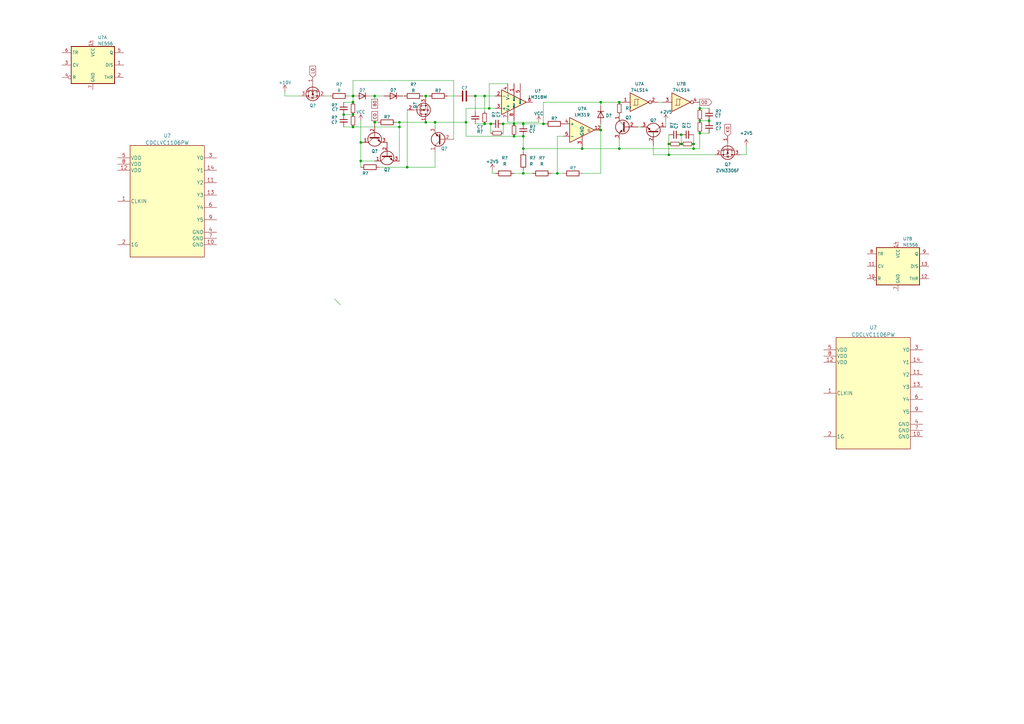
<source format=kicad_sch>
(kicad_sch (version 20211123) (generator eeschema)
  (paper "A3")
  (title_block (title "Fluke True RNG Monometer") (date "2022-10-03") (rev "3") (company "BallSense") (comment 1 "Not CE Certified") (comment 2 "ESD Characteristics not taken into account"))
  (lib_symbols
    (symbol "2022-10-04_10-24-26:CDCLVC1106PW" (pin_names (offset 0.254))
      (property "Reference" "U?" (at 0 26.9949 0))
      (property "Value" "CDCLVC1106PW" (at 0 24.0015 0))
      (symbol "CDCLVC1106PW_0_1"
        (rectangle (start -15.24 22.86) (end 15.24 -22.86) (stroke (width 0.1524)) (fill (type background)))
      )
      (symbol "CDCLVC1106PW_1_1"
        (polyline (pts (xy -15.24 -22.86) (xy 15.24 -22.86)) (stroke (width 0.1016)))
        (polyline (pts (xy -15.24 22.86) (xy -15.24 -22.86)) (stroke (width 0.1016)))
        (polyline (pts (xy 15.24 -22.86) (xy 15.24 22.86)) (stroke (width 0.1016)))
        (polyline (pts (xy 15.24 22.86) (xy -15.24 22.86)) (stroke (width 0.1016)))
        (pin input line (at -20.32 0 0) (length 5.08) (name "CLKIN") (number "1"))
        (pin power_in line (at 20.32 -17.78 180) (length 5.08) (name "GND") (number "10"))
        (pin output line (at 20.32 7.62 180) (length 5.08) (name "Y2") (number "11"))
        (pin power_in line (at -20.32 12.7 0) (length 5.08) (name "VDD") (number "12"))
        (pin output line (at 20.32 2.54 180) (length 5.08) (name "Y3") (number "13"))
        (pin output line (at 20.32 12.7 180) (length 5.08) (name "Y1") (number "14"))
        (pin input line (at -20.32 -17.78 0) (length 5.08) (name "1G") (number "2"))
        (pin output line (at 20.32 17.78 180) (length 5.08) (name "Y0") (number "3"))
        (pin power_in line (at 20.32 -12.7 180) (length 5.08) (name "GND") (number "4"))
        (pin power_in line (at -20.32 17.78 0) (length 5.08) (name "VDD") (number "5"))
        (pin output line (at 20.32 -2.54 180) (length 5.08) (name "Y4") (number "6"))
        (pin power_in line (at 20.32 -15.24 180) (length 5.08) (name "GND") (number "7"))
        (pin power_in line (at -20.32 15.24 0) (length 5.08) (name "VDD") (number "8"))
        (pin output line (at 20.32 -7.62 180) (length 5.08) (name "Y5") (number "9"))
      )
    )
    (symbol "74xx:74LS14" (pin_names (offset 1.016))
      (property "Reference" "U" (at 0 1.27 0))
      (property "Value" "74LS14" (at 0 -1.27 0))
      (symbol "74LS14_1_0"
        (polyline (pts (xy -3.81 3.81) (xy -3.81 -3.81) (xy 3.81 0) (xy -3.81 3.81)) (stroke (width 0.254)) (fill (type background)))
        (pin input line (at -7.62 0 0) (length 3.81) (name "~") (number "1"))
        (pin output inverted (at 7.62 0 180) (length 3.81) (name "~") (number "2"))
      )
      (symbol "74LS14_1_1"
        (polyline (pts (xy -1.905 -1.27) (xy -1.905 1.27) (xy -0.635 1.27)))
        (polyline (pts (xy -2.54 -1.27) (xy -0.635 -1.27) (xy -0.635 1.27) (xy 0 1.27)))
      )
      (symbol "74LS14_2_0"
        (polyline (pts (xy -3.81 3.81) (xy -3.81 -3.81) (xy 3.81 0) (xy -3.81 3.81)) (stroke (width 0.254)) (fill (type background)))
        (pin input line (at -7.62 0 0) (length 3.81) (name "~") (number "3"))
        (pin output inverted (at 7.62 0 180) (length 3.81) (name "~") (number "4"))
      )
      (symbol "74LS14_2_1"
        (polyline (pts (xy -1.905 -1.27) (xy -1.905 1.27) (xy -0.635 1.27)))
        (polyline (pts (xy -2.54 -1.27) (xy -0.635 -1.27) (xy -0.635 1.27) (xy 0 1.27)))
      )
      (symbol "74LS14_3_0"
        (polyline (pts (xy -3.81 3.81) (xy -3.81 -3.81) (xy 3.81 0) (xy -3.81 3.81)) (stroke (width 0.254)) (fill (type background)))
        (pin input line (at -7.62 0 0) (length 3.81) (name "~") (number "5"))
        (pin output inverted (at 7.62 0 180) (length 3.81) (name "~") (number "6"))
      )
      (symbol "74LS14_3_1"
        (polyline (pts (xy -1.905 -1.27) (xy -1.905 1.27) (xy -0.635 1.27)))
        (polyline (pts (xy -2.54 -1.27) (xy -0.635 -1.27) (xy -0.635 1.27) (xy 0 1.27)))
      )
      (symbol "74LS14_4_0"
        (polyline (pts (xy -3.81 3.81) (xy -3.81 -3.81) (xy 3.81 0) (xy -3.81 3.81)) (stroke (width 0.254)) (fill (type background)))
        (pin output inverted (at 7.62 0 180) (length 3.81) (name "~") (number "8"))
        (pin input line (at -7.62 0 0) (length 3.81) (name "~") (number "9"))
      )
      (symbol "74LS14_4_1"
        (polyline (pts (xy -1.905 -1.27) (xy -1.905 1.27) (xy -0.635 1.27)))
        (polyline (pts (xy -2.54 -1.27) (xy -0.635 -1.27) (xy -0.635 1.27) (xy 0 1.27)))
      )
      (symbol "74LS14_5_0"
        (polyline (pts (xy -3.81 3.81) (xy -3.81 -3.81) (xy 3.81 0) (xy -3.81 3.81)) (stroke (width 0.254)) (fill (type background)))
        (pin output inverted (at 7.62 0 180) (length 3.81) (name "~") (number "10"))
        (pin input line (at -7.62 0 0) (length 3.81) (name "~") (number "11"))
      )
      (symbol "74LS14_5_1"
        (polyline (pts (xy -1.905 -1.27) (xy -1.905 1.27) (xy -0.635 1.27)))
        (polyline (pts (xy -2.54 -1.27) (xy -0.635 -1.27) (xy -0.635 1.27) (xy 0 1.27)))
      )
      (symbol "74LS14_6_0"
        (polyline (pts (xy -3.81 3.81) (xy -3.81 -3.81) (xy 3.81 0) (xy -3.81 3.81)) (stroke (width 0.254)) (fill (type background)))
        (pin output inverted (at 7.62 0 180) (length 3.81) (name "~") (number "12"))
        (pin input line (at -7.62 0 0) (length 3.81) (name "~") (number "13"))
      )
      (symbol "74LS14_6_1"
        (polyline (pts (xy -1.905 -1.27) (xy -1.905 1.27) (xy -0.635 1.27)))
        (polyline (pts (xy -2.54 -1.27) (xy -0.635 -1.27) (xy -0.635 1.27) (xy 0 1.27)))
      )
      (symbol "74LS14_7_0"
        (pin power_in line (at 0 12.7 270) (length 5.08) (name "VCC") (number "14"))
        (pin power_in line (at 0 -12.7 90) (length 5.08) (name "GND") (number "7"))
      )
      (symbol "74LS14_7_1"
        (rectangle (start -5.08 7.62) (end 5.08 -7.62) (stroke (width 0.254)) (fill (type background)))
      )
    )
    (symbol "Amplifier_Operational:LM318M" (pin_names (offset 0.127))
      (property "Reference" "U" (at 3.81 3.81 0))
      (property "Value" "LM318M" (at 3.81 -3.81 0))
      (symbol "LM318M_0_1"
        (polyline (pts (xy 5.08 0) (xy -5.08 5.08) (xy -5.08 -5.08) (xy 5.08 0)) (stroke (width 0.254)) (fill (type background)))
      )
      (symbol "LM318M_1_1"
        (pin passive line (at 0 -7.62 90) (length 5.08) (name "BAL1") (number "1"))
        (pin input line (at -7.62 -2.54 0) (length 2.54) (name "-") (number "2"))
        (pin input line (at -7.62 2.54 0) (length 2.54) (name "+") (number "3"))
        (pin power_in line (at -2.54 -7.62 90) (length 3.81) (name "V-") (number "4"))
        (pin passive line (at 2.54 -7.62 90) (length 6.35) (name "BAL3") (number "5"))
        (pin output line (at 7.62 0 180) (length 2.54) (name "~") (number "6"))
        (pin power_in line (at -2.54 7.62 270) (length 3.81) (name "V+") (number "7"))
        (pin passive line (at 0 7.62 270) (length 5.08) (name "BAL2") (number "8"))
      )
    )
    (symbol "Comparator:LM319" (pin_names (offset 0.127))
      (property "Reference" "U" (at 0 6.35 0))
      (property "Value" "LM319" (at 0 3.81 0))
      (symbol "LM319_1_1"
        (polyline (pts (xy -5.08 5.08) (xy 5.08 0) (xy -5.08 -5.08) (xy -5.08 5.08) (xy -5.08 5.08)) (stroke (width 0.254)) (fill (type background)))
        (polyline (pts (xy 2.286 -0.508) (xy 2.794 -0.508) (xy 2.286 0) (xy 2.794 0.508) (xy 3.302 0) (xy 2.794 -0.508) (xy 3.302 -0.508)) (stroke (width 0.127)))
        (pin no_connect line (at 0 -2.54 90) (length 2.54) hide (name "NC") (number "1"))
        (pin open_collector line (at 7.62 0 180) (length 2.54) (name "~") (number "12"))
        (pin no_connect line (at 0 2.54 270) (length 2.54) hide (name "NC") (number "2"))
        (pin passive line (at 0 -7.62 90) (length 5.08) (name "GND") (number "3"))
        (pin input line (at -7.62 2.54 0) (length 2.54) (name "+") (number "4"))
        (pin input line (at -7.62 -2.54 0) (length 2.54) (name "-") (number "5"))
      )
      (symbol "LM319_2_1"
        (polyline (pts (xy -5.08 5.08) (xy 5.08 0) (xy -5.08 -5.08) (xy -5.08 5.08) (xy -5.08 5.08)) (stroke (width 0.254)) (fill (type background)))
        (polyline (pts (xy 3.302 -0.508) (xy 2.794 -0.508) (xy 3.302 0) (xy 2.794 0.508) (xy 2.286 0) (xy 2.794 -0.508) (xy 2.286 -0.508)) (stroke (width 0.127)))
        (pin input line (at -7.62 -2.54 0) (length 2.54) (name "-") (number "10"))
        (pin no_connect line (at 0 -2.54 90) (length 2.54) hide (name "NC") (number "13"))
        (pin no_connect line (at 0 2.54 270) (length 2.54) hide (name "NC") (number "14"))
        (pin open_collector line (at 7.62 0 180) (length 2.54) (name "~") (number "7"))
        (pin passive line (at 0 -7.62 90) (length 5.08) (name "GND") (number "8"))
        (pin input line (at -7.62 2.54 0) (length 2.54) (name "+") (number "9"))
      )
      (symbol "LM319_3_1"
        (pin power_in line (at -2.54 7.62 270) (length 3.81) (name "V+") (number "11"))
        (pin power_in line (at -2.54 -7.62 90) (length 3.81) (name "V-") (number "6"))
      )
    )
    (symbol "Device:C" (pin_numbers hide) (pin_names (offset 0.254))
      (property "Reference" "C" (at 0.635 2.54 0))
      (property "Value" "C" (at 0.635 -2.54 0))
      (symbol "C_0_1"
        (polyline (pts (xy -2.032 -0.762) (xy 2.032 -0.762)) (stroke (width 0.508)))
        (polyline (pts (xy -2.032 0.762) (xy 2.032 0.762)) (stroke (width 0.508)))
      )
      (symbol "C_1_1"
        (pin passive line (at 0 3.81 270) (length 2.794) (name "~") (number "1"))
        (pin passive line (at 0 -3.81 90) (length 2.794) (name "~") (number "2"))
      )
    )
    (symbol "Device:C_Small" (pin_numbers hide) (pin_names (offset 0.254) hide)
      (property "Reference" "C" (at 0.254 1.778 0))
      (property "Value" "C_Small" (at 0.254 -2.032 0))
      (symbol "C_Small_0_1"
        (polyline (pts (xy -1.524 -0.508) (xy 1.524 -0.508)) (stroke (width 0.3302)))
        (polyline (pts (xy -1.524 0.508) (xy 1.524 0.508)) (stroke (width 0.3048)))
      )
      (symbol "C_Small_1_1"
        (pin passive line (at 0 2.54 270) (length 2.032) (name "~") (number "1"))
        (pin passive line (at 0 -2.54 90) (length 2.032) (name "~") (number "2"))
      )
    )
    (symbol "Device:Crystal_GND24" (pin_names (offset 1.016) hide)
      (property "Reference" "Y" (at 3.175 5.08 0))
      (property "Value" "Crystal_GND24" (at 3.175 3.175 0))
      (symbol "Crystal_GND24_0_1"
        (rectangle (start -1.143 2.54) (end 1.143 -2.54) (stroke (width 0.3048)))
        (polyline (pts (xy -2.54 0) (xy -2.032 0)))
        (polyline (pts (xy -2.032 -1.27) (xy -2.032 1.27)) (stroke (width 0.508)))
        (polyline (pts (xy 0 -3.81) (xy 0 -3.556)))
        (polyline (pts (xy 0 3.556) (xy 0 3.81)))
        (polyline (pts (xy 2.032 -1.27) (xy 2.032 1.27)) (stroke (width 0.508)))
        (polyline (pts (xy 2.032 0) (xy 2.54 0)))
        (polyline (pts (xy -2.54 -2.286) (xy -2.54 -3.556) (xy 2.54 -3.556) (xy 2.54 -2.286)))
        (polyline (pts (xy -2.54 2.286) (xy -2.54 3.556) (xy 2.54 3.556) (xy 2.54 2.286)))
      )
      (symbol "Crystal_GND24_1_1"
        (pin passive line (at -3.81 0 0) (length 1.27) (name "1") (number "1"))
        (pin passive line (at 0 5.08 270) (length 1.27) (name "2") (number "2"))
        (pin passive line (at 3.81 0 180) (length 1.27) (name "3") (number "3"))
        (pin passive line (at 0 -5.08 90) (length 1.27) (name "4") (number "4"))
      )
    )
    (symbol "Device:D" (pin_numbers hide) (pin_names (offset 1.016) hide)
      (property "Reference" "D" (at 0 2.54 0))
      (property "Value" "D" (at 0 -2.54 0))
      (symbol "D_0_1"
        (polyline (pts (xy -1.27 1.27) (xy -1.27 -1.27)) (stroke (width 0.254)))
        (polyline (pts (xy 1.27 0) (xy -1.27 0)))
        (polyline (pts (xy 1.27 1.27) (xy 1.27 -1.27) (xy -1.27 0) (xy 1.27 1.27)) (stroke (width 0.254)))
      )
      (symbol "D_1_1"
        (pin passive line (at -3.81 0 0) (length 2.54) (name "K") (number "1"))
        (pin passive line (at 3.81 0 180) (length 2.54) (name "A") (number "2"))
      )
    )
    (symbol "Device:R" (pin_numbers hide) (pin_names (offset 0))
      (property "Reference" "R" (at 2.032 0 90))
      (property "Value" "R" (at 0 0 90))
      (symbol "R_0_1"
        (rectangle (start -1.016 -2.54) (end 1.016 2.54) (stroke (width 0.254)))
      )
      (symbol "R_1_1"
        (pin passive line (at 0 3.81 270) (length 1.27) (name "~") (number "1"))
        (pin passive line (at 0 -3.81 90) (length 1.27) (name "~") (number "2"))
      )
    )
    (symbol "Device:R_Small" (pin_numbers hide) (pin_names (offset 0.254) hide)
      (property "Reference" "R" (at 0.762 0.508 0))
      (property "Value" "R_Small" (at 0.762 -1.016 0))
      (symbol "R_Small_0_1"
        (rectangle (start -0.762 1.778) (end 0.762 -1.778) (stroke (width 0.2032)))
      )
      (symbol "R_Small_1_1"
        (pin passive line (at 0 2.54 270) (length 0.762) (name "~") (number "1"))
        (pin passive line (at 0 -2.54 90) (length 0.762) (name "~") (number "2"))
      )
    )
    (symbol "Timer:NE556"
      (property "Reference" "U" (at -10.16 8.89 0))
      (property "Value" "NE556" (at -10.16 -8.89 0))
      (symbol "NE556_0_0"
        (pin power_in line (at 0 10.16 270) (length 2.54) (name "VCC") (number "14"))
        (pin power_in line (at 0 -10.16 90) (length 2.54) (name "GND") (number "7"))
      )
      (symbol "NE556_0_1"
        (rectangle (start -8.89 -7.62) (end 8.89 7.62) (stroke (width 0.254)) (fill (type background)))
        (rectangle (start -8.89 -7.62) (end 8.89 7.62) (stroke (width 0.254)) (fill (type background)))
      )
      (symbol "NE556_1_1"
        (pin input line (at 12.7 0 180) (length 3.81) (name "DIS") (number "1"))
        (pin input line (at 12.7 -5.08 180) (length 3.81) (name "THR") (number "2"))
        (pin input line (at -12.7 0 0) (length 3.81) (name "CV") (number "3"))
        (pin input inverted (at -12.7 -5.08 0) (length 3.81) (name "R") (number "4"))
        (pin output line (at 12.7 5.08 180) (length 3.81) (name "Q") (number "5"))
        (pin input line (at -12.7 5.08 0) (length 3.81) (name "TR") (number "6"))
      )
      (symbol "NE556_2_1"
        (pin input inverted (at -12.7 -5.08 0) (length 3.81) (name "R") (number "10"))
        (pin input line (at -12.7 0 0) (length 3.81) (name "CV") (number "11"))
        (pin input line (at 12.7 -5.08 180) (length 3.81) (name "THR") (number "12"))
        (pin input line (at 12.7 0 180) (length 3.81) (name "DIS") (number "13"))
        (pin input line (at -12.7 5.08 0) (length 3.81) (name "TR") (number "8"))
        (pin output line (at 12.7 5.08 180) (length 3.81) (name "Q") (number "9"))
      )
    )
    (symbol "Transistor_BJT:BC547" (pin_names (offset 0) hide)
      (property "Reference" "Q" (at 5.08 1.905 0))
      (property "Value" "BC547" (at 5.08 0 0))
      (symbol "BC547_0_1"
        (polyline (pts (xy 0 0) (xy 0.635 0)))
        (polyline (pts (xy 0.635 0.635) (xy 2.54 2.54)))
        (polyline (pts (xy 0.635 -0.635) (xy 2.54 -2.54) (xy 2.54 -2.54)))
        (polyline (pts (xy 0.635 1.905) (xy 0.635 -1.905) (xy 0.635 -1.905)) (stroke (width 0.508)))
        (polyline (pts (xy 1.27 -1.778) (xy 1.778 -1.27) (xy 2.286 -2.286) (xy 1.27 -1.778) (xy 1.27 -1.778)) (fill (type outline)))
        (circle (center 1.27 0) (radius 2.8194) (stroke (width 0.254)))
      )
      (symbol "BC547_1_1"
        (pin passive line (at 2.54 5.08 270) (length 2.54) (name "C") (number "1"))
        (pin input line (at -5.08 0 0) (length 5.08) (name "B") (number "2"))
        (pin passive line (at 2.54 -5.08 90) (length 2.54) (name "E") (number "3"))
      )
    )
    (symbol "Transistor_FET:BS107" (pin_names hide)
      (property "Reference" "Q" (at 5.08 1.905 0))
      (property "Value" "BS107" (at 5.08 0 0))
      (symbol "BS107_0_1"
        (polyline (pts (xy 0.254 0) (xy -2.54 0)))
        (polyline (pts (xy 0.254 1.905) (xy 0.254 -1.905)) (stroke (width 0.254)))
        (polyline (pts (xy 0.762 -1.27) (xy 0.762 -2.286)) (stroke (width 0.254)))
        (polyline (pts (xy 0.762 0.508) (xy 0.762 -0.508)) (stroke (width 0.254)))
        (polyline (pts (xy 0.762 2.286) (xy 0.762 1.27)) (stroke (width 0.254)))
        (polyline (pts (xy 2.54 2.54) (xy 2.54 1.778)))
        (polyline (pts (xy 2.54 -2.54) (xy 2.54 0) (xy 0.762 0)))
        (polyline (pts (xy 0.762 -1.778) (xy 3.302 -1.778) (xy 3.302 1.778) (xy 0.762 1.778)))
        (polyline (pts (xy 1.016 0) (xy 2.032 0.381) (xy 2.032 -0.381) (xy 1.016 0)) (fill (type outline)))
        (polyline (pts (xy 2.794 0.508) (xy 2.921 0.381) (xy 3.683 0.381) (xy 3.81 0.254)))
        (polyline (pts (xy 3.302 0.381) (xy 2.921 -0.254) (xy 3.683 -0.254) (xy 3.302 0.381)))
        (circle (center 1.651 0) (radius 2.794) (stroke (width 0.254)))
        (circle (center 2.54 -1.778) (radius 0.254) (fill (type outline)))
        (circle (center 2.54 1.778) (radius 0.254) (fill (type outline)))
      )
      (symbol "BS107_1_1"
        (pin passive line (at 2.54 5.08 270) (length 2.54) (name "D") (number "1"))
        (pin input line (at -5.08 0 0) (length 2.54) (name "G") (number "2"))
        (pin passive line (at 2.54 -5.08 90) (length 2.54) (name "S") (number "3"))
      )
    )
    (symbol "Transistor_FET:ZVN3306F" (pin_names hide)
      (property "Reference" "Q" (at 5.08 1.905 0))
      (property "Value" "ZVN3306F" (at 5.08 0 0))
      (symbol "ZVN3306F_0_1"
        (polyline (pts (xy 0.254 0) (xy -2.54 0)))
        (polyline (pts (xy 0.254 1.905) (xy 0.254 -1.905)) (stroke (width 0.254)))
        (polyline (pts (xy 0.762 -1.27) (xy 0.762 -2.286)) (stroke (width 0.254)))
        (polyline (pts (xy 0.762 0.508) (xy 0.762 -0.508)) (stroke (width 0.254)))
        (polyline (pts (xy 0.762 2.286) (xy 0.762 1.27)) (stroke (width 0.254)))
        (polyline (pts (xy 2.54 2.54) (xy 2.54 1.778)))
        (polyline (pts (xy 2.54 -2.54) (xy 2.54 0) (xy 0.762 0)))
        (polyline (pts (xy 0.762 -1.778) (xy 3.302 -1.778) (xy 3.302 1.778) (xy 0.762 1.778)))
        (polyline (pts (xy 1.016 0) (xy 2.032 0.381) (xy 2.032 -0.381) (xy 1.016 0)) (fill (type outline)))
        (polyline (pts (xy 2.794 0.508) (xy 2.921 0.381) (xy 3.683 0.381) (xy 3.81 0.254)))
        (polyline (pts (xy 3.302 0.381) (xy 2.921 -0.254) (xy 3.683 -0.254) (xy 3.302 0.381)))
        (circle (center 1.651 0) (radius 2.794) (stroke (width 0.254)))
        (circle (center 2.54 -1.778) (radius 0.254) (fill (type outline)))
        (circle (center 2.54 1.778) (radius 0.254) (fill (type outline)))
      )
      (symbol "ZVN3306F_1_1"
        (pin input line (at -5.08 0 0) (length 2.54) (name "G") (number "1"))
        (pin passive line (at 2.54 -5.08 90) (length 2.54) (name "S") (number "2"))
        (pin passive line (at 2.54 5.08 270) (length 2.54) (name "D") (number "3"))
      )
    )
    (symbol "power:+10V" (power) (pin_names (offset 0))
      (property "Value" "+10V" (at 0 3.556 0))
      (symbol "+10V_0_1"
        (polyline (pts (xy -0.762 1.27) (xy 0 2.54)))
        (polyline (pts (xy 0 0) (xy 0 2.54)))
        (polyline (pts (xy 0 2.54) (xy 0.762 1.27)))
      )
      (symbol "+10V_1_1"
        (pin power_in line (at 0 0 90) (length 0) hide (name "+10V") (number "1"))
      )
    )
    (symbol "power:+2V5" (power) (pin_names (offset 0))
      (property "Value" "+2V5" (at 0 3.556 0))
      (symbol "+2V5_0_1"
        (polyline (pts (xy -0.762 1.27) (xy 0 2.54)))
        (polyline (pts (xy 0 0) (xy 0 2.54)))
        (polyline (pts (xy 0 2.54) (xy 0.762 1.27)))
      )
      (symbol "+2V5_1_1"
        (pin power_in line (at 0 0 90) (length 0) hide (name "+2V5") (number "1"))
      )
    )
    (symbol "power:VCC" (power) (pin_names (offset 0))
      (property "Value" "VCC" (at 0 3.81 0))
      (symbol "VCC_0_1"
        (polyline (pts (xy -0.762 1.27) (xy 0 2.54)))
        (polyline (pts (xy 0 0) (xy 0 2.54)))
        (polyline (pts (xy 0 2.54) (xy 0.762 1.27)))
      )
      (symbol "VCC_1_1"
        (pin power_in line (at 0 0 90) (length 0) hide (name "VCC") (number "1"))
      )
    )
  )
  (junction (at 178.435 50.165))
  (junction (at 206.375 50.8))
  (junction (at 144.78 39.37))
  (junction (at 153.67 50.165))
  (junction (at 246.38 53.34))
  (junction (at 191.135 50.165))
  (junction (at 214.63 55.88))
  (junction (at 254 60.96))
  (junction (at 238.76 60.96))
  (junction (at 174.625 39.37))
  (junction (at 284.48 59.055))
  (junction (at 274.32 63.5))
  (junction (at 174.625 50.165))
  (junction (at 198.755 50.8))
  (junction (at 287.02 49.53))
  (junction (at 144.78 46.99))
  (junction (at 214.63 71.12))
  (junction (at 290.83 49.53))
  (junction (at 228.6 71.12))
  (junction (at 167.005 68.58))
  (junction (at 198.755 39.37))
  (junction (at 194.945 39.37))
  (junction (at 200.66 44.45))
  (junction (at 254 41.91))
  (junction (at 279.4 59.055))
  (junction (at 210.82 55.88))
  (junction (at 147.955 58.42))
  (junction (at 201.295 50.8))
  (junction (at 144.78 52.07))
  (junction (at 153.67 39.37))
  (junction (at 140.97 46.99))
  (junction (at 163.83 50.165))
  (junction (at 274.32 59.055))
  (junction (at 144.78 41.91))
  (junction (at 279.4 55.245))
  (junction (at 246.38 41.91))
  (junction (at 147.955 66.04))
  (junction (at 284.48 60.96))
  (junction (at 222.885 50.8))
  (junction (at 210.82 50.8))
  (junction (at 163.83 52.07))
  (junction (at 214.63 60.96))
  (junction (at 287.02 54.61))
  (junction (at 287.02 44.45))
  (junction (at 214.63 50.8))
  (bus_entry (at 137.16 122.555) (size 2.54 2.54))
  (wire (pts (xy 246.38 53.34) (xy 246.38 71.12)))
  (wire (pts (xy 287.02 49.53) (xy 290.83 49.53)))
  (wire (pts (xy 284.48 60.96) (xy 287.02 60.96)))
  (wire (pts (xy 287.02 41.91) (xy 287.02 44.45)))
  (wire (pts (xy 198.755 50.8) (xy 201.295 50.8)))
  (wire (pts (xy 254 41.91) (xy 254.635 41.91)))
  (wire (pts (xy 147.955 66.04) (xy 147.955 68.58)))
  (wire (pts (xy 274.32 59.055) (xy 274.32 63.5)))
  (wire (pts (xy 186.055 33.02) (xy 144.78 33.02)))
  (wire (pts (xy 222.885 41.91) (xy 246.38 41.91)))
  (wire (pts (xy 167.005 45.085) (xy 167.005 68.58)))
  (wire (pts (xy 246.38 41.91) (xy 254 41.91)))
  (wire (pts (xy 153.67 39.37) (xy 153.67 40.64)))
  (wire (pts (xy 178.435 62.23) (xy 178.435 68.58)))
  (wire (pts (xy 153.67 50.165) (xy 153.67 50.8)))
  (wire (pts (xy 269.875 41.91) (xy 271.78 41.91)))
  (wire (pts (xy 163.83 50.165) (xy 163.83 52.07)))
  (wire (pts (xy 287.02 44.45) (xy 290.83 44.45)))
  (wire (pts (xy 203.2 44.45) (xy 200.66 44.45)))
  (wire (pts (xy 147.955 58.42) (xy 147.955 49.53)))
  (wire (pts (xy 210.82 49.53) (xy 210.82 50.8)))
  (wire (pts (xy 284.48 59.055) (xy 284.48 55.245)))
  (wire (pts (xy 167.005 68.58) (xy 178.435 68.58)))
  (wire (pts (xy 154.94 50.165) (xy 153.67 50.165)))
  (wire (pts (xy 116.84 39.37) (xy 116.84 37.465)))
  (wire (pts (xy 140.97 52.07) (xy 144.78 52.07)))
  (wire (pts (xy 194.945 39.37) (xy 194.945 45.72)))
  (wire (pts (xy 162.56 50.165) (xy 163.83 50.165)))
  (wire (pts (xy 165.1 39.37) (xy 165.735 39.37)))
  (wire (pts (xy 133.35 39.37) (xy 135.255 39.37)))
  (wire (pts (xy 200.66 44.45) (xy 191.135 44.45)))
  (wire (pts (xy 194.945 50.8) (xy 198.755 50.8)))
  (wire (pts (xy 155.575 68.58) (xy 167.005 68.58)))
  (wire (pts (xy 147.955 58.42) (xy 147.955 66.04)))
  (wire (pts (xy 152.4 39.37) (xy 153.67 39.37)))
  (wire (pts (xy 306.07 63.5) (xy 306.07 59.69)))
  (wire (pts (xy 214.63 50.8) (xy 222.885 50.8)))
  (wire (pts (xy 208.28 50.165) (xy 220.98 50.165)))
  (wire (pts (xy 201.93 71.12) (xy 201.93 69.85)))
  (wire (pts (xy 194.31 39.37) (xy 194.945 39.37)))
  (wire (pts (xy 201.93 71.12) (xy 203.2 71.12)))
  (wire (pts (xy 198.755 39.37) (xy 203.2 39.37)))
  (wire (pts (xy 246.38 41.91) (xy 246.38 43.18)))
  (wire (pts (xy 246.38 50.8) (xy 246.38 53.34)))
  (wire (pts (xy 238.76 60.96) (xy 254 60.96)))
  (wire (pts (xy 178.435 50.165) (xy 178.435 52.07)))
  (wire (pts (xy 186.055 57.15) (xy 186.055 33.02)))
  (wire (pts (xy 147.955 66.04) (xy 153.67 66.04)))
  (wire (pts (xy 228.6 55.88) (xy 228.6 71.12)))
  (wire (pts (xy 144.78 46.99) (xy 140.97 46.99)))
  (wire (pts (xy 274.32 63.5) (xy 267.97 63.5)))
  (wire (pts (xy 191.135 55.88) (xy 191.135 50.165)))
  (wire (pts (xy 144.78 52.07) (xy 163.83 52.07)))
  (wire (pts (xy 279.4 59.055) (xy 279.4 55.245)))
  (wire (pts (xy 174.625 39.37) (xy 174.625 40.005)))
  (wire (pts (xy 303.53 63.5) (xy 306.07 63.5)))
  (wire (pts (xy 287.02 54.61) (xy 290.83 54.61)))
  (wire (pts (xy 153.67 39.37) (xy 157.48 39.37)))
  (wire (pts (xy 208.28 34.29) (xy 200.66 34.29)))
  (wire (pts (xy 226.06 71.12) (xy 228.6 71.12)))
  (wire (pts (xy 163.83 52.07) (xy 163.83 66.04)))
  (wire (pts (xy 262.89 52.07) (xy 261.62 52.07)))
  (wire (pts (xy 267.97 59.69) (xy 267.97 63.5)))
  (wire (pts (xy 142.875 39.37) (xy 144.78 39.37)))
  (wire (pts (xy 144.78 39.37) (xy 144.78 41.91)))
  (wire (pts (xy 274.32 59.055) (xy 274.32 55.245)))
  (wire (pts (xy 214.63 60.96) (xy 238.76 60.96)))
  (wire (pts (xy 206.375 54.61) (xy 206.375 50.8)))
  (wire (pts (xy 214.63 71.12) (xy 218.44 71.12)))
  (wire (pts (xy 144.78 41.91) (xy 140.97 41.91)))
  (wire (pts (xy 201.295 50.8) (xy 201.295 54.61)))
  (wire (pts (xy 214.63 60.96) (xy 214.63 62.23)))
  (wire (pts (xy 194.945 39.37) (xy 198.755 39.37)))
  (wire (pts (xy 148.59 58.42) (xy 147.955 58.42)))
  (wire (pts (xy 206.375 50.8) (xy 210.82 50.8)))
  (wire (pts (xy 123.19 39.37) (xy 116.84 39.37)))
  (wire (pts (xy 153.67 49.53) (xy 153.67 50.165)))
  (wire (pts (xy 214.63 55.88) (xy 214.63 60.96)))
  (wire (pts (xy 183.515 39.37) (xy 186.69 39.37)))
  (wire (pts (xy 254 60.96) (xy 284.48 60.96)))
  (wire (pts (xy 214.63 55.88) (xy 210.82 55.88)))
  (wire (pts (xy 287.02 54.61) (xy 287.02 60.96)))
  (wire (pts (xy 163.83 50.165) (xy 174.625 50.165)))
  (wire (pts (xy 210.82 55.88) (xy 191.135 55.88)))
  (wire (pts (xy 200.66 34.29) (xy 200.66 44.45)))
  (wire (pts (xy 174.625 39.37) (xy 175.895 39.37)))
  (wire (pts (xy 144.78 33.02) (xy 144.78 39.37)))
  (wire (pts (xy 191.135 50.165) (xy 191.135 44.45)))
  (wire (pts (xy 254 57.15) (xy 254 60.96)))
  (wire (pts (xy 173.355 39.37) (xy 174.625 39.37)))
  (wire (pts (xy 246.38 71.12) (xy 238.76 71.12)))
  (wire (pts (xy 284.48 59.055) (xy 284.48 60.96)))
  (wire (pts (xy 198.755 39.37) (xy 198.755 45.72)))
  (wire (pts (xy 228.6 55.88) (xy 231.14 55.88)))
  (wire (pts (xy 208.28 49.53) (xy 208.28 50.165)))
  (wire (pts (xy 210.82 50.8) (xy 214.63 50.8)))
  (wire (pts (xy 231.14 71.12) (xy 228.6 71.12)))
  (wire (pts (xy 214.63 69.85) (xy 214.63 71.12)))
  (wire (pts (xy 191.135 50.165) (xy 178.435 50.165)))
  (wire (pts (xy 174.625 50.165) (xy 178.435 50.165)))
  (wire (pts (xy 210.82 71.12) (xy 214.63 71.12)))
  (wire (pts (xy 222.885 50.8) (xy 222.885 41.91)))
  (wire (pts (xy 222.885 50.8) (xy 223.52 50.8)))
  (wire (pts (xy 273.05 49.53) (xy 273.05 52.07)))
  (wire (pts (xy 274.32 63.5) (xy 293.37 63.5)))
  (global_label "O0" (shape output) (at 287.02 41.91 0) (property "Intersheet References" "${INTERSHEET_REFS}" (effects hide)))
  (global_label "C0" (shape passive) (at 153.67 49.53 90) (property "Intersheet References" "${INTERSHEET_REFS}" (effects hide)))
  (global_label "B0" (shape passive) (at 153.67 40.64 270) (property "Intersheet References" "${INTERSHEET_REFS}" (effects hide)))
  (global_label "L0" (shape input) (at 128.27 31.75 90) (property "Intersheet References" "${INTERSHEET_REFS}" (effects hide)))
  (global_label "K0" (shape input) (at 298.45 55.88 90) (property "Intersheet References" "${INTERSHEET_REFS}" (effects hide)))
  (symbol (lib_id "Device:C_Small") (at 140.97 49.53 0) (mirror y) (unit 1)
    (property "Reference" "C?" (at 138.43 50.165 0) (effects (justify left)))
    (property "Value" "C_Small" (effects hide))
    (property "Footprint" "Capacitor_SMD:C_0402_1005Metric" (effects hide))
  )
  (symbol (lib_id "Device:R_Small") (at 281.94 59.055 90) (unit 1)
    (property "Reference" "R?" (at 280.67 52.705 0) (effects (justify left)))
    (property "Value" "R_Small" (effects hide))
    (property "Footprint" "Resistor_SMD:R_0402_1005Metric" (effects hide))
  )
  (symbol (lib_id "Timer:NE556") (at 38.1 26.67 0) (unit 1)
    (property "Reference" "U?" (at 40.1194 15.3502 0) (effects (justify left)))
    (property "Value" "NE556" (at 40.1194 17.8871 0) (effects (justify left)))
    (property "Datasheet" "http://www.ti.com/lit/ds/symlink/ne556.pdf" (effects hide))
  )
  (symbol (lib_id "Device:C_Small") (at 290.83 46.99 0) (unit 1)
    (property "Reference" "C?" (at 293.1541 47.4301 0) (effects (justify left)))
    (property "Value" "C_Small" (effects hide))
    (property "Footprint" "Capacitor_SMD:C_0402_1005Metric" (effects hide))
  )
  (symbol (lib_id "Device:R") (at 214.63 66.04 0) (unit 1)
    (property "Reference" "R?" (at 217.17 64.7699 0) (effects (justify left)))
    (property "Value" "R" (at 217.17 67.3099 0) (effects (justify left)))
  )
  (symbol (lib_id "Device:R_Small") (at 287.02 46.99 0) (unit 1)
    (property "Reference" "R?" (at 293.37 45.72 0) (effects (justify left)))
    (property "Value" "R_Small" (effects hide))
    (property "Footprint" "Resistor_SMD:R_0402_1005Metric" (effects hide))
  )
  (symbol (lib_id "Device:R_Small") (at 287.02 52.07 0) (unit 1)
    (property "Reference" "R?" (at 293.37 50.8 0) (effects (justify left)))
    (property "Value" "R_Small" (effects hide))
    (property "Footprint" "Resistor_SMD:R_0402_1005Metric" (effects hide))
  )
  (symbol (lib_id "Device:R") (at 227.33 50.8 90) (unit 1)
    (property "Reference" "R?" (at 227.33 48.6212 90))
    (property "Value" "R" (effects hide))
    (property "Footprint" "Resistor_SMD:R_0402_1005Metric" (effects hide))
  )
  (symbol (lib_id "74xx:74LS14") (at -43.815 29.21 0) (unit 7)
    (property "Reference" "U?" (at -37.973 28.3753 0) (effects (justify left)))
    (property "Value" "74LS14" (at -37.973 30.9122 0) (effects (justify left)))
    (property "Datasheet" "http://www.ti.com/lit/gpn/sn74LS14" (effects hide))
  )
  (symbol (lib_id "power:+2V5") (at 201.93 69.85 0) (unit 1)
    (property "Reference" "#PWR?" (effects hide))
    (property "Value" "+2V5" (at 201.93 66.2742 0))
  )
  (symbol (lib_id "Device:R") (at 222.25 71.12 90) (unit 1)
    (property "Reference" "R?" (at 222.25 64.77 90))
    (property "Value" "R" (at 222.25 67.31 90))
  )
  (symbol (lib_id "Device:C") (at 190.5 39.37 90) (unit 1)
    (property "Reference" "C?" (at 190.5 36.0482 90))
    (property "Value" "C" (effects hide))
    (property "Footprint" "Capacitor_SMD:C_0402_1005Metric" (effects hide))
  )
  (symbol (lib_id "Transistor_FET:ZVN3306F") (at 128.27 36.83 90) (mirror x) (unit 1)
    (property "Reference" "Q?" (at 128.27 43.3054 90))
    (property "Value" "ZVN3306F" (effects hide))
    (property "Footprint" "Package_TO_SOT_SMD:SOT-23" (effects hide))
    (property "Datasheet" "http://www.diodes.com/assets/Datasheets/ZVN3306F.pdf" (effects hide))
  )
  (symbol (lib_id "Device:R") (at 139.065 39.37 90) (unit 1)
    (property "Reference" "R?" (at 139.065 34.6542 90))
    (property "Value" "R" (at 139.065 37.1911 90))
    (property "Footprint" "Resistor_SMD:R_0402_1005Metric" (effects hide))
  )
  (symbol (lib_id "Device:C_Small") (at 194.945 48.26 0) (unit 1)
    (property "Reference" "C?" (at 195.58 52.07 0) (effects (justify left)))
    (property "Value" "C_Small" (effects hide))
    (property "Footprint" "Capacitor_SMD:C_0402_1005Metric" (effects hide))
  )
  (symbol (lib_id "Transistor_FET:ZVN3306F") (at 298.45 60.96 270) (unit 1)
    (property "Reference" "Q?" (at 298.45 67.4354 90))
    (property "Value" "ZVN3306F" (at 298.45 69.9723 90))
    (property "Footprint" "Package_TO_SOT_SMD:SOT-23" (effects hide))
    (property "Datasheet" "http://www.diodes.com/assets/Datasheets/ZVN3306F.pdf" (effects hide))
  )
  (symbol (lib_id "Device:C_Small") (at 276.86 55.245 90) (unit 1)
    (property "Reference" "C?" (at 277.3001 52.9209 0) (effects (justify left)))
    (property "Value" "C_Small" (effects hide))
    (property "Footprint" "Capacitor_SMD:C_0402_1005Metric" (effects hide))
  )
  (symbol (lib_id "Device:R_Small") (at 254 44.45 0) (unit 1)
    (property "Reference" "R?" (at 256.54 44.4499 0) (effects (justify left)))
    (property "Value" "R_Small" (effects hide))
  )
  (symbol (lib_id "power:VCC") (at 147.955 49.53 0) (unit 1)
    (property "Reference" "#PWR?" (effects hide))
    (property "Value" "VCC" (at 147.955 45.9542 0))
  )
  (symbol (lib_id "Device:D") (at 246.38 46.99 270) (unit 1)
    (property "Reference" "D?" (at 248.412 47.4238 90) (effects (justify left)))
    (property "Value" "D" (effects hide))
    (property "Footprint" "Diode_SMD:D_0402_1005Metric" (effects hide))
  )
  (symbol (lib_id "74xx:74LS14") (at 262.255 41.91 0) (unit 1)
    (property "Reference" "U?" (at 262.255 34.4002 0))
    (property "Value" "74LS14" (at 262.255 36.9371 0))
    (property "Datasheet" "http://www.ti.com/lit/gpn/sn74LS14" (effects hide))
  )
  (symbol (lib_id "Device:Crystal_GND24") (at -30.48 50.165 0) (unit 1)
    (property "Reference" "Y?" (at -20.3011 47.4559 0))
    (property "Value" "Crystal_GND24" (at -20.3011 49.9928 0))
  )
  (symbol (lib_id "Device:R_Small") (at 144.78 49.53 0) (mirror y) (unit 1)
    (property "Reference" "R?" (at 138.43 48.26 0) (effects (justify left)))
    (property "Value" "R_Small" (effects hide))
    (property "Footprint" "Resistor_SMD:R_0402_1005Metric" (effects hide))
  )
  (symbol (lib_id "Device:C_Small") (at 214.63 53.34 0) (unit 1)
    (property "Reference" "C?" (at 216.9541 53.7801 0) (effects (justify left)))
    (property "Value" "C_Small" (effects hide))
    (property "Footprint" "Capacitor_SMD:C_0402_1005Metric" (effects hide))
  )
  (symbol (lib_id "Device:C_Small") (at 140.97 44.45 0) (mirror y) (unit 1)
    (property "Reference" "C?" (at 138.6459 44.8901 0) (effects (justify left)))
    (property "Value" "C_Small" (effects hide))
    (property "Footprint" "Capacitor_SMD:C_0402_1005Metric" (effects hide))
  )
  (symbol (lib_id "power:+10V") (at 116.84 37.465 0) (unit 1)
    (property "Reference" "#PWR?" (effects hide))
    (property "Value" "+10V" (at 116.84 33.8892 0))
  )
  (symbol (lib_id "Device:D") (at 161.29 39.37 180) (unit 1)
    (property "Reference" "D?" (at 161.29 36.9372 0))
    (property "Value" "D" (effects hide))
    (property "Footprint" "Diode_SMD:D_0402_1005Metric" (effects hide))
  )
  (symbol (lib_id "Device:R") (at 179.705 39.37 90) (unit 1)
    (property "Reference" "R?" (at 179.705 37.1912 90))
    (property "Value" "R" (effects hide))
    (property "Footprint" "Resistor_SMD:R_0402_1005Metric" (effects hide))
  )
  (symbol (lib_id "Transistor_FET:BS107") (at 172.085 45.085 0) (mirror x) (unit 1)
    (property "Reference" "Q?" (at 170.18 43.18 90))
    (property "Value" "BS107" (effects hide))
    (property "Footprint" "Package_TO_SOT_THT:TO-92_Inline" (effects hide))
    (property "Datasheet" "http://www.onsemi.com/pub_link/Collateral/BS107-D.PDF" (effects hide))
  )
  (symbol (lib_id "power:VCC") (at 220.98 50.165 0) (unit 1)
    (property "Reference" "#PWR?" (effects hide))
    (property "Value" "VCC" (at 220.98 46.5892 0))
  )
  (symbol (lib_id "Device:R") (at 151.765 68.58 90) (unit 1)
    (property "Reference" "R?" (at 149.86 71.12 90))
    (property "Value" "R" (effects hide))
    (property "Footprint" "Resistor_SMD:R_0402_1005Metric" (effects hide))
  )
  (symbol (lib_id "Transistor_BJT:BC547") (at 267.97 54.61 270) (mirror x) (unit 1)
    (property "Reference" "Q?" (at 267.97 49.3578 90))
    (property "Value" "BC547" (effects hide))
    (property "Footprint" "Package_TO_SOT_THT:TO-92_Inline" (effects hide))
    (property "Datasheet" "https://www.onsemi.com/pub/Collateral/BC550-D.pdf" (effects hide))
  )
  (symbol (lib_id "Device:R") (at 234.95 71.12 90) (unit 1)
    (property "Reference" "R?" (at 234.95 68.9412 90))
    (property "Value" "R" (effects hide))
    (property "Footprint" "Resistor_SMD:R_0402_1005Metric" (effects hide))
  )
  (symbol (lib_id "2022-10-04_10-24-26:CDCLVC1106PW") (at 68.58 82.55 0) (unit 1)
    (property "Reference" "U?" (at 68.58 55.5551 0) (effects (font (size 1.524 1.524))))
    (property "Value" "CDCLVC1106PW" (at 68.58 58.5485 0) (effects (font (size 1.524 1.524))))
    (property "Footprint" "PW0014A_N" (effects hide))
  )
  (symbol (lib_id "Device:R_Small") (at 276.86 59.055 90) (unit 1)
    (property "Reference" "R?" (at 275.59 52.705 0) (effects (justify left)))
    (property "Value" "R_Small" (effects hide))
    (property "Footprint" "Resistor_SMD:R_0402_1005Metric" (effects hide))
  )
  (symbol (lib_id "Transistor_BJT:BC547") (at 256.54 52.07 0) (mirror y) (unit 1)
    (property "Reference" "Q?" (at 259.08 48.26 0) (effects (justify left)))
    (property "Value" "BC547" (effects hide))
    (property "Footprint" "Package_TO_SOT_THT:TO-92_Inline" (effects hide))
    (property "Datasheet" "https://www.onsemi.com/pub/Collateral/BC550-D.pdf" (effects hide))
  )
  (symbol (lib_id "Device:C_Small") (at 203.835 50.8 90) (unit 1)
    (property "Reference" "C?" (at 204.47 48.26 0) (effects (justify left)))
    (property "Value" "C_Small" (effects hide))
    (property "Footprint" "Capacitor_SMD:C_0402_1005Metric" (effects hide))
  )
  (symbol (lib_id "Device:R_Small") (at 198.755 48.26 0) (unit 1)
    (property "Reference" "R?" (at 195.58 53.975 0) (effects (justify left)))
    (property "Value" "R_Small" (effects hide))
    (property "Footprint" "Resistor_SMD:R_0402_1005Metric" (effects hide))
  )
  (symbol (lib_id "Transistor_BJT:BC547") (at 180.975 57.15 180) (unit 1)
    (property "Reference" "Q?" (at 183.515 60.96 0) (effects (justify left)))
    (property "Value" "BC547" (effects hide))
    (property "Footprint" "Package_TO_SOT_THT:TO-92_Inline" (effects hide))
    (property "Datasheet" "https://www.onsemi.com/pub/Collateral/BC550-D.pdf" (effects hide))
  )
  (symbol (lib_id "power:+2V5") (at 273.05 49.53 0) (unit 1)
    (property "Reference" "#PWR?" (effects hide))
    (property "Value" "+2V5" (at 273.05 45.9542 0))
  )
  (symbol (lib_id "Comparator:LM319") (at 238.76 53.34 0) (unit 1)
    (property "Reference" "U?" (at 238.76 44.5602 0))
    (property "Value" "LM319" (at 238.76 47.0971 0))
    (property "Datasheet" "http://www.ti.com/lit/ds/symlink/lm319-n.pdf" (effects hide))
  )
  (symbol (lib_id "Amplifier_Operational:LM318M") (at 210.82 41.91 0) (mirror x) (unit 1)
    (property "Reference" "U?" (at 220.5211 37.3211 0))
    (property "Value" "LM318M" (at 220.5211 39.858 0))
    (property "Datasheet" "http://www.ti.com/lit/ds/symlink/lm318-n.pdf" (effects hide))
  )
  (symbol (lib_id "Device:R_Small") (at 210.82 53.34 0) (unit 1)
    (property "Reference" "R?" (at 217.17 52.07 0) (effects (justify left)))
    (property "Value" "R_Small" (effects hide))
    (property "Footprint" "Resistor_SMD:R_0402_1005Metric" (effects hide))
  )
  (symbol (lib_id "Transistor_BJT:BC547") (at 158.75 63.5 90) (mirror x) (unit 1)
    (property "Reference" "Q?" (at 158.75 69.6198 90))
    (property "Value" "BC547" (effects hide))
    (property "Footprint" "Package_TO_SOT_THT:TO-92_Inline" (effects hide))
    (property "Datasheet" "https://www.onsemi.com/pub/Collateral/BC550-D.pdf" (effects hide))
  )
  (symbol (lib_id "Device:C_Small") (at 281.94 55.245 90) (unit 1)
    (property "Reference" "C?" (at 282.575 52.705 0) (effects (justify left)))
    (property "Value" "C_Small" (effects hide))
    (property "Footprint" "Capacitor_SMD:C_0402_1005Metric" (effects hide))
  )
  (symbol (lib_id "74xx:74LS14") (at 279.4 41.91 0) (unit 2)
    (property "Reference" "U?" (at 279.4 34.4002 0))
    (property "Value" "74LS14" (at 279.4 36.9371 0))
    (property "Datasheet" "http://www.ti.com/lit/gpn/sn74LS14" (effects hide))
  )
  (symbol (lib_id "Device:R_Small") (at 144.78 44.45 0) (mirror y) (unit 1)
    (property "Reference" "R?" (at 138.43 43.18 0) (effects (justify left)))
    (property "Value" "R_Small" (effects hide))
    (property "Footprint" "Resistor_SMD:R_0402_1005Metric" (effects hide))
  )
  (symbol (lib_id "Device:D") (at 148.59 39.37 180) (unit 1)
    (property "Reference" "D?" (at 148.59 36.9372 0))
    (property "Value" "D" (effects hide))
    (property "Footprint" "Diode_SMD:D_0402_1005Metric" (effects hide))
  )
  (symbol (lib_id "Device:C_Small") (at 290.83 52.07 0) (unit 1)
    (property "Reference" "C?" (at 293.37 52.705 0) (effects (justify left)))
    (property "Value" "C_Small" (effects hide))
    (property "Footprint" "Capacitor_SMD:C_0402_1005Metric" (effects hide))
  )
  (symbol (lib_id "Device:R") (at 207.01 71.12 90) (unit 1)
    (property "Reference" "R?" (at 207.01 64.77 90))
    (property "Value" "R" (at 207.01 67.31 90))
  )
  (symbol (lib_id "power:+2V5") (at 306.07 59.69 0) (unit 1)
    (property "Reference" "#PWR?" (effects hide))
    (property "Value" "+2V5" (at 306.07 54.61 0))
  )
  (symbol (lib_id "2022-10-04_10-24-26:CDCLVC1106PW") (at 358.14 161.29 0) (unit 1)
    (property "Reference" "U?" (at 358.14 134.2951 0) (effects (font (size 1.524 1.524))))
    (property "Value" "CDCLVC1106PW" (at 358.14 137.2885 0) (effects (font (size 1.524 1.524))))
    (property "Footprint" "PW0014A_N" (effects hide))
  )
  (symbol (lib_id "Device:R") (at 169.545 39.37 90) (unit 1)
    (property "Reference" "R?" (at 169.545 34.6542 90))
    (property "Value" "R" (at 169.545 37.1911 90))
    (property "Footprint" "Resistor_SMD:R_0402_1005Metric" (effects hide))
  )
  (symbol (lib_id "Timer:NE556") (at 368.3 109.22 0) (unit 2)
    (property "Reference" "U?" (at 370.3194 97.9002 0) (effects (justify left)))
    (property "Value" "NE556" (at 370.3194 100.4371 0) (effects (justify left)))
    (property "Datasheet" "http://www.ti.com/lit/ds/symlink/ne556.pdf" (effects hide))
  )
  (symbol (lib_id "Transistor_BJT:BC547") (at 153.67 55.88 90) (mirror x) (unit 1)
    (property "Reference" "Q?" (at 153.67 61.9998 90))
    (property "Value" "BC547" (effects hide))
    (property "Footprint" "Package_TO_SOT_THT:TO-92_Inline" (effects hide))
    (property "Datasheet" "https://www.onsemi.com/pub/Collateral/BC550-D.pdf" (effects hide))
  )
  (symbol (lib_id "Device:R_Small") (at 203.835 54.61 90) (unit 1)
    (property "Reference" "R?" (at 202.565 48.26 0) (effects (justify left)))
    (property "Value" "R_Small" (effects hide))
    (property "Footprint" "Resistor_SMD:R_0402_1005Metric" (effects hide))
  )
  (symbol (lib_id "Device:R") (at 158.75 50.165 90) (unit 1)
    (property "Reference" "R?" (at 158.75 47.9862 90))
    (property "Value" "R" (effects hide))
    (property "Footprint" "Resistor_SMD:R_0402_1005Metric" (effects hide))
  )
)
</source>
